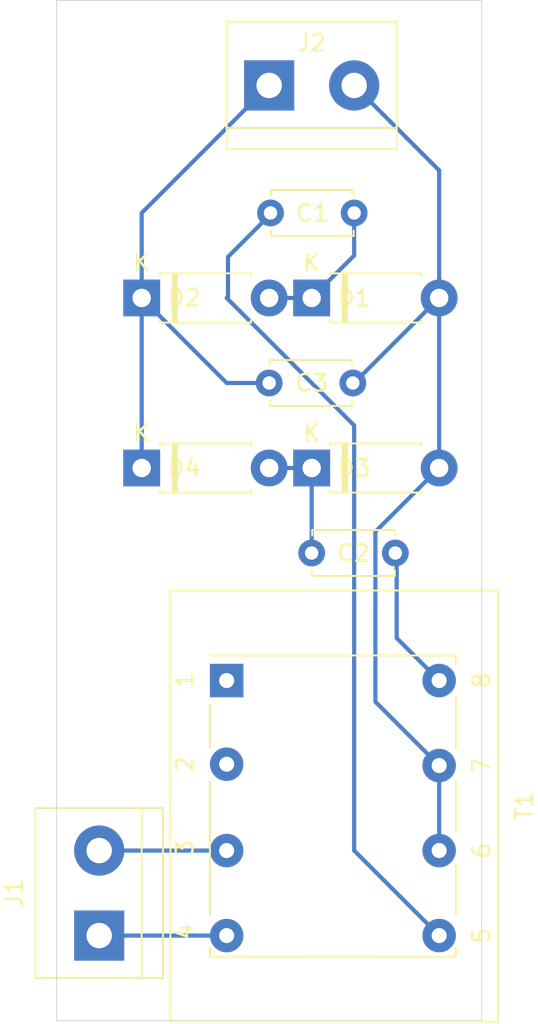
<source format=kicad_pcb>
(kicad_pcb (version 20171130) (host pcbnew "(5.1.4)-1")

  (general
    (thickness 1.6)
    (drawings 4)
    (tracks 30)
    (zones 0)
    (modules 10)
    (nets 9)
  )

  (page A4)
  (layers
    (0 F.Cu signal)
    (31 B.Cu signal)
    (32 B.Adhes user)
    (33 F.Adhes user)
    (34 B.Paste user)
    (35 F.Paste user)
    (36 B.SilkS user)
    (37 F.SilkS user)
    (38 B.Mask user)
    (39 F.Mask user)
    (40 Dwgs.User user)
    (41 Cmts.User user)
    (42 Eco1.User user)
    (43 Eco2.User user)
    (44 Edge.Cuts user)
    (45 Margin user)
    (46 B.CrtYd user)
    (47 F.CrtYd user)
    (48 B.Fab user)
    (49 F.Fab user)
  )

  (setup
    (last_trace_width 0.25)
    (trace_clearance 0.2)
    (zone_clearance 0.508)
    (zone_45_only no)
    (trace_min 0.2)
    (via_size 0.8)
    (via_drill 0.4)
    (via_min_size 0.4)
    (via_min_drill 0.3)
    (uvia_size 0.3)
    (uvia_drill 0.1)
    (uvias_allowed no)
    (uvia_min_size 0.2)
    (uvia_min_drill 0.1)
    (edge_width 0.05)
    (segment_width 0.2)
    (pcb_text_width 0.3)
    (pcb_text_size 1.5 1.5)
    (mod_edge_width 0.12)
    (mod_text_size 1 1)
    (mod_text_width 0.15)
    (pad_size 1.524 1.524)
    (pad_drill 0.762)
    (pad_to_mask_clearance 0.051)
    (solder_mask_min_width 0.25)
    (aux_axis_origin 0 0)
    (visible_elements 7FFFFFFF)
    (pcbplotparams
      (layerselection 0x010fc_ffffffff)
      (usegerberextensions false)
      (usegerberattributes false)
      (usegerberadvancedattributes false)
      (creategerberjobfile false)
      (excludeedgelayer true)
      (linewidth 0.100000)
      (plotframeref false)
      (viasonmask false)
      (mode 1)
      (useauxorigin false)
      (hpglpennumber 1)
      (hpglpenspeed 20)
      (hpglpendiameter 15.000000)
      (psnegative false)
      (psa4output false)
      (plotreference true)
      (plotvalue true)
      (plotinvisibletext false)
      (padsonsilk false)
      (subtractmaskfromsilk false)
      (outputformat 1)
      (mirror false)
      (drillshape 1)
      (scaleselection 1)
      (outputdirectory ""))
  )

  (net 0 "")
  (net 1 /CapacitorPower-)
  (net 2 /CapacitorPower+)
  (net 3 "Net-(C1-Pad2)")
  (net 4 "Net-(C1-Pad1)")
  (net 5 "Net-(C2-Pad2)")
  (net 6 "Net-(C2-Pad1)")
  (net 7 /ACPowerIn-)
  (net 8 /ACPowerIn+)

  (net_class Default "This is the default net class."
    (clearance 0.2)
    (trace_width 0.25)
    (via_dia 0.8)
    (via_drill 0.4)
    (uvia_dia 0.3)
    (uvia_drill 0.1)
    (add_net /ACPowerIn+)
    (add_net /ACPowerIn-)
    (add_net /CapacitorPower+)
    (add_net /CapacitorPower-)
    (add_net "Net-(C1-Pad1)")
    (add_net "Net-(C1-Pad2)")
    (add_net "Net-(C2-Pad1)")
    (add_net "Net-(C2-Pad2)")
  )

  (module TerminalBlock:TerminalBlock_bornier-2_P5.08mm (layer F.Cu) (tedit 59FF03AB) (tstamp 5ED536D4)
    (at 132.08 76.2 90)
    (descr "simple 2-pin terminal block, pitch 5.08mm, revamped version of bornier2")
    (tags "terminal block bornier2")
    (path /5ED54BE3)
    (fp_text reference J1 (at 2.54 -5.08 90) (layer F.SilkS)
      (effects (font (size 1 1) (thickness 0.15)))
    )
    (fp_text value "AC Power In" (at 2.54 5.08 90) (layer F.Fab)
      (effects (font (size 1 1) (thickness 0.15)))
    )
    (fp_line (start 7.79 4) (end -2.71 4) (layer F.CrtYd) (width 0.05))
    (fp_line (start 7.79 4) (end 7.79 -4) (layer F.CrtYd) (width 0.05))
    (fp_line (start -2.71 -4) (end -2.71 4) (layer F.CrtYd) (width 0.05))
    (fp_line (start -2.71 -4) (end 7.79 -4) (layer F.CrtYd) (width 0.05))
    (fp_line (start -2.54 3.81) (end 7.62 3.81) (layer F.SilkS) (width 0.12))
    (fp_line (start -2.54 -3.81) (end -2.54 3.81) (layer F.SilkS) (width 0.12))
    (fp_line (start 7.62 -3.81) (end -2.54 -3.81) (layer F.SilkS) (width 0.12))
    (fp_line (start 7.62 3.81) (end 7.62 -3.81) (layer F.SilkS) (width 0.12))
    (fp_line (start 7.62 2.54) (end -2.54 2.54) (layer F.SilkS) (width 0.12))
    (fp_line (start 7.54 -3.75) (end -2.46 -3.75) (layer F.Fab) (width 0.1))
    (fp_line (start 7.54 3.75) (end 7.54 -3.75) (layer F.Fab) (width 0.1))
    (fp_line (start -2.46 3.75) (end 7.54 3.75) (layer F.Fab) (width 0.1))
    (fp_line (start -2.46 -3.75) (end -2.46 3.75) (layer F.Fab) (width 0.1))
    (fp_line (start -2.41 2.55) (end 7.49 2.55) (layer F.Fab) (width 0.1))
    (fp_text user %R (at 2.54 0 90) (layer F.Fab)
      (effects (font (size 1 1) (thickness 0.15)))
    )
    (pad 2 thru_hole circle (at 5.08 0 90) (size 3 3) (drill 1.52) (layers *.Cu *.Mask)
      (net 8 /ACPowerIn+))
    (pad 1 thru_hole rect (at 0 0 90) (size 3 3) (drill 1.52) (layers *.Cu *.Mask)
      (net 7 /ACPowerIn-))
    (model ${KISYS3DMOD}/TerminalBlock.3dshapes/TerminalBlock_bornier-2_P5.08mm.wrl
      (offset (xyz 2.539999961853027 0 0))
      (scale (xyz 1 1 1))
      (rotate (xyz 0 0 0))
    )
  )

  (module Power:Transformer_Generic_EE25_8Pin (layer F.Cu) (tedit 5E2D33B6) (tstamp 5E2D93B6)
    (at 139.7 60.96 270)
    (descr http://www.breve.pl/pdf/ANG/TEZ_ang.pdf)
    (tags "TEZ PCB Transformer")
    (path /5E0D9319)
    (fp_text reference T1 (at 7.5 -17.78 90) (layer F.SilkS)
      (effects (font (size 1 1) (thickness 0.15)))
    )
    (fp_text value 6:200 (at 7.25 -6 90) (layer F.Fab)
      (effects (font (size 1 1) (thickness 0.15)))
    )
    (fp_line (start 20.382 3.366) (end -5.382 3.366) (layer F.SilkS) (width 0.12))
    (fp_line (start 20.382 3.366) (end 20.382 -16.207) (layer F.SilkS) (width 0.12))
    (fp_line (start -5.382 -16.207) (end -5.382 3.366) (layer F.SilkS) (width 0.12))
    (fp_line (start -5.382 -16.207) (end 20.382 -16.207) (layer F.SilkS) (width 0.12))
    (fp_line (start 20.512 3.496) (end -5.512 3.496) (layer F.CrtYd) (width 0.05))
    (fp_line (start 20.512 3.496) (end 20.512 -16.337) (layer F.CrtYd) (width 0.05))
    (fp_line (start -5.512 -16.337) (end -5.512 3.496) (layer F.CrtYd) (width 0.05))
    (fp_line (start -5.512 -16.337) (end 20.512 -16.337) (layer F.CrtYd) (width 0.05))
    (fp_line (start -5.262 3.246) (end -5.262 -16.087) (layer F.Fab) (width 0.1))
    (fp_line (start 20.262 3.246) (end -5.262 3.246) (layer F.Fab) (width 0.1))
    (fp_line (start 20.262 -16.087) (end 20.262 3.246) (layer F.Fab) (width 0.1))
    (fp_line (start -5.262 -16.087) (end 20.262 -16.087) (layer F.Fab) (width 0.1))
    (fp_line (start 1.016 -13.716) (end 4.016 -13.716) (layer F.SilkS) (width 0.12))
    (fp_line (start 6 -13.716) (end 9 -13.716) (layer F.SilkS) (width 0.12))
    (fp_line (start 11 -13.716) (end 14 -13.716) (layer F.SilkS) (width 0.12))
    (fp_line (start 16.002 -13.716) (end 16.502 -13.716) (layer F.SilkS) (width 0.12))
    (fp_line (start -1 -13.716) (end -1.5 -13.716) (layer F.SilkS) (width 0.12))
    (fp_line (start 6 1) (end 14 1) (layer F.SilkS) (width 0.12))
    (fp_line (start 16.5 1) (end 16.502 -13.716) (layer F.SilkS) (width 0.12))
    (fp_line (start 16 1) (end 16.5 1) (layer F.SilkS) (width 0.12))
    (fp_line (start -1.5 1) (end -1.5 -13.716) (layer F.SilkS) (width 0.12))
    (fp_line (start 4 1) (end 1.5 1) (layer F.SilkS) (width 0.12))
    (fp_line (start -1.5 1) (end -1.49 -13.716) (layer F.Fab) (width 0.1))
    (fp_line (start 16.5 1) (end -1.5 1) (layer F.Fab) (width 0.1))
    (fp_line (start 16.51 -13.716) (end 16.5 1) (layer F.Fab) (width 0.1))
    (fp_line (start -1.49 -13.716) (end 16.51 -13.716) (layer F.Fab) (width 0.1))
    (fp_text user %R (at 7.5 -7.5 90) (layer F.Fab)
      (effects (font (size 1 1) (thickness 0.15)))
    )
    (fp_text user 1 (at 0 2.5 90) (layer F.SilkS)
      (effects (font (size 1 1) (thickness 0.15)))
    )
    (fp_text user 2 (at 5 2.5 90) (layer F.SilkS)
      (effects (font (size 1 1) (thickness 0.15)))
    )
    (fp_text user 3 (at 10 2.5 90) (layer F.SilkS)
      (effects (font (size 1 1) (thickness 0.15)))
    )
    (fp_text user 4 (at 15 2.5 90) (layer F.SilkS)
      (effects (font (size 1 1) (thickness 0.15)))
    )
    (fp_text user 5 (at 15.24 -15.24 90) (layer F.SilkS)
      (effects (font (size 1 1) (thickness 0.15)))
    )
    (fp_text user 6 (at 10.16 -15.24 90) (layer F.SilkS)
      (effects (font (size 1 1) (thickness 0.15)))
    )
    (fp_text user 7 (at 5.08 -15.24 90) (layer F.SilkS)
      (effects (font (size 1 1) (thickness 0.15)))
    )
    (fp_text user 8 (at 0 -15.24 90) (layer F.SilkS)
      (effects (font (size 1 1) (thickness 0.15)))
    )
    (pad 3 thru_hole circle (at 10.16 0 270) (size 2 2) (drill 0.9) (layers *.Cu *.Mask)
      (net 8 /ACPowerIn+))
    (pad 8 thru_hole circle (at 0 -12.7 270) (size 2 2) (drill 0.9) (layers *.Cu *.Mask)
      (net 5 "Net-(C2-Pad2)"))
    (pad 7 thru_hole circle (at 5.08 -12.7 270) (size 2 2) (drill 0.9) (layers *.Cu *.Mask)
      (net 1 /CapacitorPower-))
    (pad 6 thru_hole circle (at 10.16 -12.7 270) (size 2 2) (drill 0.9) (layers *.Cu *.Mask)
      (net 1 /CapacitorPower-))
    (pad 5 thru_hole circle (at 15.24 -12.7 270) (size 2 2) (drill 0.9) (layers *.Cu *.Mask)
      (net 3 "Net-(C1-Pad2)"))
    (pad 4 thru_hole circle (at 15.24 0 270) (size 2 2) (drill 0.9) (layers *.Cu *.Mask)
      (net 7 /ACPowerIn-))
    (pad 2 thru_hole circle (at 5 0 270) (size 2 2) (drill 0.9) (layers *.Cu *.Mask))
    (pad 1 thru_hole rect (at 0 0 270) (size 2 2) (drill 0.9) (layers *.Cu *.Mask))
  )

  (module Capacitor_THT:C_Disc_D4.7mm_W2.5mm_P5.00mm (layer F.Cu) (tedit 5AE50EF0) (tstamp 5E2813B6)
    (at 142.24 43.18)
    (descr "C, Disc series, Radial, pin pitch=5.00mm, , diameter*width=4.7*2.5mm^2, Capacitor, http://www.vishay.com/docs/45233/krseries.pdf")
    (tags "C Disc series Radial pin pitch 5.00mm  diameter 4.7mm width 2.5mm Capacitor")
    (path /5E30B272)
    (fp_text reference C3 (at 2.54 0) (layer F.SilkS)
      (effects (font (size 1 1) (thickness 0.15)))
    )
    (fp_text value 1nF (at 2.5 1.27) (layer F.Fab)
      (effects (font (size 1 1) (thickness 0.15)))
    )
    (fp_line (start 0.15 -1.25) (end 0.15 1.25) (layer F.Fab) (width 0.1))
    (fp_line (start 0.15 1.25) (end 4.85 1.25) (layer F.Fab) (width 0.1))
    (fp_line (start 4.85 1.25) (end 4.85 -1.25) (layer F.Fab) (width 0.1))
    (fp_line (start 4.85 -1.25) (end 0.15 -1.25) (layer F.Fab) (width 0.1))
    (fp_line (start 0.03 -1.37) (end 4.97 -1.37) (layer F.SilkS) (width 0.12))
    (fp_line (start 0.03 1.37) (end 4.97 1.37) (layer F.SilkS) (width 0.12))
    (fp_line (start 0.03 -1.37) (end 0.03 -1.055) (layer F.SilkS) (width 0.12))
    (fp_line (start 0.03 1.055) (end 0.03 1.37) (layer F.SilkS) (width 0.12))
    (fp_line (start 4.97 -1.37) (end 4.97 -1.055) (layer F.SilkS) (width 0.12))
    (fp_line (start 4.97 1.055) (end 4.97 1.37) (layer F.SilkS) (width 0.12))
    (fp_line (start -1.05 -1.5) (end -1.05 1.5) (layer F.CrtYd) (width 0.05))
    (fp_line (start -1.05 1.5) (end 6.05 1.5) (layer F.CrtYd) (width 0.05))
    (fp_line (start 6.05 1.5) (end 6.05 -1.5) (layer F.CrtYd) (width 0.05))
    (fp_line (start 6.05 -1.5) (end -1.05 -1.5) (layer F.CrtYd) (width 0.05))
    (fp_text user %R (at 2.54 0) (layer F.Fab)
      (effects (font (size 0.94 0.94) (thickness 0.141)))
    )
    (pad 1 thru_hole circle (at 0 0) (size 1.6 1.6) (drill 0.8) (layers *.Cu *.Mask)
      (net 2 /CapacitorPower+))
    (pad 2 thru_hole circle (at 5 0) (size 1.6 1.6) (drill 0.8) (layers *.Cu *.Mask)
      (net 1 /CapacitorPower-))
    (model ${KISYS3DMOD}/Capacitor_THT.3dshapes/C_Disc_D4.7mm_W2.5mm_P5.00mm.wrl
      (at (xyz 0 0 0))
      (scale (xyz 1 1 1))
      (rotate (xyz 0 0 0))
    )
  )

  (module Capacitor_THT:C_Disc_D4.7mm_W2.5mm_P5.00mm (layer F.Cu) (tedit 5AE50EF0) (tstamp 5E2813A1)
    (at 144.78 53.34)
    (descr "C, Disc series, Radial, pin pitch=5.00mm, , diameter*width=4.7*2.5mm^2, Capacitor, http://www.vishay.com/docs/45233/krseries.pdf")
    (tags "C Disc series Radial pin pitch 5.00mm  diameter 4.7mm width 2.5mm Capacitor")
    (path /5E30A957)
    (fp_text reference C2 (at 2.5 0) (layer F.SilkS)
      (effects (font (size 1 1) (thickness 0.15)))
    )
    (fp_text value 1nF (at 2.5 1.27) (layer F.Fab)
      (effects (font (size 1 1) (thickness 0.15)))
    )
    (fp_line (start 0.15 -1.25) (end 0.15 1.25) (layer F.Fab) (width 0.1))
    (fp_line (start 0.15 1.25) (end 4.85 1.25) (layer F.Fab) (width 0.1))
    (fp_line (start 4.85 1.25) (end 4.85 -1.25) (layer F.Fab) (width 0.1))
    (fp_line (start 4.85 -1.25) (end 0.15 -1.25) (layer F.Fab) (width 0.1))
    (fp_line (start 0.03 -1.37) (end 4.97 -1.37) (layer F.SilkS) (width 0.12))
    (fp_line (start 0.03 1.37) (end 4.97 1.37) (layer F.SilkS) (width 0.12))
    (fp_line (start 0.03 -1.37) (end 0.03 -1.055) (layer F.SilkS) (width 0.12))
    (fp_line (start 0.03 1.055) (end 0.03 1.37) (layer F.SilkS) (width 0.12))
    (fp_line (start 4.97 -1.37) (end 4.97 -1.055) (layer F.SilkS) (width 0.12))
    (fp_line (start 4.97 1.055) (end 4.97 1.37) (layer F.SilkS) (width 0.12))
    (fp_line (start -1.05 -1.5) (end -1.05 1.5) (layer F.CrtYd) (width 0.05))
    (fp_line (start -1.05 1.5) (end 6.05 1.5) (layer F.CrtYd) (width 0.05))
    (fp_line (start 6.05 1.5) (end 6.05 -1.5) (layer F.CrtYd) (width 0.05))
    (fp_line (start 6.05 -1.5) (end -1.05 -1.5) (layer F.CrtYd) (width 0.05))
    (fp_text user %R (at 2.5 0) (layer F.Fab)
      (effects (font (size 0.94 0.94) (thickness 0.141)))
    )
    (pad 1 thru_hole circle (at 0 0) (size 1.6 1.6) (drill 0.8) (layers *.Cu *.Mask)
      (net 6 "Net-(C2-Pad1)"))
    (pad 2 thru_hole circle (at 5 0) (size 1.6 1.6) (drill 0.8) (layers *.Cu *.Mask)
      (net 5 "Net-(C2-Pad2)"))
    (model ${KISYS3DMOD}/Capacitor_THT.3dshapes/C_Disc_D4.7mm_W2.5mm_P5.00mm.wrl
      (at (xyz 0 0 0))
      (scale (xyz 1 1 1))
      (rotate (xyz 0 0 0))
    )
  )

  (module Capacitor_THT:C_Disc_D4.7mm_W2.5mm_P5.00mm (layer F.Cu) (tedit 5AE50EF0) (tstamp 5E28138C)
    (at 147.32 33.02 180)
    (descr "C, Disc series, Radial, pin pitch=5.00mm, , diameter*width=4.7*2.5mm^2, Capacitor, http://www.vishay.com/docs/45233/krseries.pdf")
    (tags "C Disc series Radial pin pitch 5.00mm  diameter 4.7mm width 2.5mm Capacitor")
    (path /5E28804E)
    (fp_text reference C1 (at 2.5 0) (layer F.SilkS)
      (effects (font (size 1 1) (thickness 0.15)))
    )
    (fp_text value 1nF (at 2.54 -1.27) (layer F.Fab)
      (effects (font (size 1 1) (thickness 0.15)))
    )
    (fp_line (start 0.15 -1.25) (end 0.15 1.25) (layer F.Fab) (width 0.1))
    (fp_line (start 0.15 1.25) (end 4.85 1.25) (layer F.Fab) (width 0.1))
    (fp_line (start 4.85 1.25) (end 4.85 -1.25) (layer F.Fab) (width 0.1))
    (fp_line (start 4.85 -1.25) (end 0.15 -1.25) (layer F.Fab) (width 0.1))
    (fp_line (start 0.03 -1.37) (end 4.97 -1.37) (layer F.SilkS) (width 0.12))
    (fp_line (start 0.03 1.37) (end 4.97 1.37) (layer F.SilkS) (width 0.12))
    (fp_line (start 0.03 -1.37) (end 0.03 -1.055) (layer F.SilkS) (width 0.12))
    (fp_line (start 0.03 1.055) (end 0.03 1.37) (layer F.SilkS) (width 0.12))
    (fp_line (start 4.97 -1.37) (end 4.97 -1.055) (layer F.SilkS) (width 0.12))
    (fp_line (start 4.97 1.055) (end 4.97 1.37) (layer F.SilkS) (width 0.12))
    (fp_line (start -1.05 -1.5) (end -1.05 1.5) (layer F.CrtYd) (width 0.05))
    (fp_line (start -1.05 1.5) (end 6.05 1.5) (layer F.CrtYd) (width 0.05))
    (fp_line (start 6.05 1.5) (end 6.05 -1.5) (layer F.CrtYd) (width 0.05))
    (fp_line (start 6.05 -1.5) (end -1.05 -1.5) (layer F.CrtYd) (width 0.05))
    (fp_text user %R (at 2.5 0) (layer F.Fab)
      (effects (font (size 0.94 0.94) (thickness 0.141)))
    )
    (pad 1 thru_hole circle (at 0 0 180) (size 1.6 1.6) (drill 0.8) (layers *.Cu *.Mask)
      (net 4 "Net-(C1-Pad1)"))
    (pad 2 thru_hole circle (at 5 0 180) (size 1.6 1.6) (drill 0.8) (layers *.Cu *.Mask)
      (net 3 "Net-(C1-Pad2)"))
    (model ${KISYS3DMOD}/Capacitor_THT.3dshapes/C_Disc_D4.7mm_W2.5mm_P5.00mm.wrl
      (at (xyz 0 0 0))
      (scale (xyz 1 1 1))
      (rotate (xyz 0 0 0))
    )
  )

  (module Diode_THT:D_DO-41_SOD81_P7.62mm_Horizontal (layer F.Cu) (tedit 5AE50CD5) (tstamp 5E1D9027)
    (at 144.78 48.26)
    (descr "Diode, DO-41_SOD81 series, Axial, Horizontal, pin pitch=7.62mm, , length*diameter=5.2*2.7mm^2, , http://www.diodes.com/_files/packages/DO-41%20(Plastic).pdf")
    (tags "Diode DO-41_SOD81 series Axial Horizontal pin pitch 7.62mm  length 5.2mm diameter 2.7mm")
    (path /5E0E8E38)
    (fp_text reference D3 (at 2.54 0) (layer F.SilkS)
      (effects (font (size 1 1) (thickness 0.15)))
    )
    (fp_text value 1N4007 (at 6.41 0) (layer F.Fab)
      (effects (font (size 1 1) (thickness 0.15)))
    )
    (fp_line (start 1.21 -1.35) (end 1.21 1.35) (layer F.Fab) (width 0.1))
    (fp_line (start 1.21 1.35) (end 6.41 1.35) (layer F.Fab) (width 0.1))
    (fp_line (start 6.41 1.35) (end 6.41 -1.35) (layer F.Fab) (width 0.1))
    (fp_line (start 6.41 -1.35) (end 1.21 -1.35) (layer F.Fab) (width 0.1))
    (fp_line (start 0 0) (end 1.21 0) (layer F.Fab) (width 0.1))
    (fp_line (start 7.62 0) (end 6.41 0) (layer F.Fab) (width 0.1))
    (fp_line (start 1.99 -1.35) (end 1.99 1.35) (layer F.Fab) (width 0.1))
    (fp_line (start 2.09 -1.35) (end 2.09 1.35) (layer F.Fab) (width 0.1))
    (fp_line (start 1.89 -1.35) (end 1.89 1.35) (layer F.Fab) (width 0.1))
    (fp_line (start 1.09 -1.34) (end 1.09 -1.47) (layer F.SilkS) (width 0.12))
    (fp_line (start 1.09 -1.47) (end 6.53 -1.47) (layer F.SilkS) (width 0.12))
    (fp_line (start 6.53 -1.47) (end 6.53 -1.34) (layer F.SilkS) (width 0.12))
    (fp_line (start 1.09 1.34) (end 1.09 1.47) (layer F.SilkS) (width 0.12))
    (fp_line (start 1.09 1.47) (end 6.53 1.47) (layer F.SilkS) (width 0.12))
    (fp_line (start 6.53 1.47) (end 6.53 1.34) (layer F.SilkS) (width 0.12))
    (fp_line (start 1.99 -1.47) (end 1.99 1.47) (layer F.SilkS) (width 0.12))
    (fp_line (start 2.11 -1.47) (end 2.11 1.47) (layer F.SilkS) (width 0.12))
    (fp_line (start 1.87 -1.47) (end 1.87 1.47) (layer F.SilkS) (width 0.12))
    (fp_line (start -1.35 -1.6) (end -1.35 1.6) (layer F.CrtYd) (width 0.05))
    (fp_line (start -1.35 1.6) (end 8.97 1.6) (layer F.CrtYd) (width 0.05))
    (fp_line (start 8.97 1.6) (end 8.97 -1.6) (layer F.CrtYd) (width 0.05))
    (fp_line (start 8.97 -1.6) (end -1.35 -1.6) (layer F.CrtYd) (width 0.05))
    (fp_text user %R (at 2.54 0) (layer F.Fab)
      (effects (font (size 1 1) (thickness 0.15)))
    )
    (fp_text user K (at 0 -2.1) (layer F.Fab)
      (effects (font (size 1 1) (thickness 0.15)))
    )
    (fp_text user K (at 0 -2.1) (layer F.SilkS)
      (effects (font (size 1 1) (thickness 0.15)))
    )
    (pad 1 thru_hole rect (at 0 0) (size 2.2 2.2) (drill 1.1) (layers *.Cu *.Mask)
      (net 6 "Net-(C2-Pad1)"))
    (pad 2 thru_hole oval (at 7.62 0) (size 2.2 2.2) (drill 1.1) (layers *.Cu *.Mask)
      (net 1 /CapacitorPower-))
    (model ${KISYS3DMOD}/Diode_THT.3dshapes/D_DO-41_SOD81_P7.62mm_Horizontal.wrl
      (at (xyz 0 0 0))
      (scale (xyz 1 1 1))
      (rotate (xyz 0 0 0))
    )
  )

  (module Diode_THT:D_DO-41_SOD81_P7.62mm_Horizontal (layer F.Cu) (tedit 5AE50CD5) (tstamp 5E1D8FCC)
    (at 144.78 38.1)
    (descr "Diode, DO-41_SOD81 series, Axial, Horizontal, pin pitch=7.62mm, , length*diameter=5.2*2.7mm^2, , http://www.diodes.com/_files/packages/DO-41%20(Plastic).pdf")
    (tags "Diode DO-41_SOD81 series Axial Horizontal pin pitch 7.62mm  length 5.2mm diameter 2.7mm")
    (path /5E0E7B3A)
    (fp_text reference D1 (at 2.54 0) (layer F.SilkS)
      (effects (font (size 1 1) (thickness 0.15)))
    )
    (fp_text value 1N4007 (at 6.41 0) (layer F.Fab)
      (effects (font (size 1 1) (thickness 0.15)))
    )
    (fp_text user K (at 0 -2.1) (layer F.SilkS)
      (effects (font (size 1 1) (thickness 0.15)))
    )
    (fp_text user K (at 0 -2.1) (layer F.Fab)
      (effects (font (size 1 1) (thickness 0.15)))
    )
    (fp_text user %R (at 2.54 0) (layer F.Fab)
      (effects (font (size 1 1) (thickness 0.15)))
    )
    (fp_line (start 8.97 -1.6) (end -1.35 -1.6) (layer F.CrtYd) (width 0.05))
    (fp_line (start 8.97 1.6) (end 8.97 -1.6) (layer F.CrtYd) (width 0.05))
    (fp_line (start -1.35 1.6) (end 8.97 1.6) (layer F.CrtYd) (width 0.05))
    (fp_line (start -1.35 -1.6) (end -1.35 1.6) (layer F.CrtYd) (width 0.05))
    (fp_line (start 1.87 -1.47) (end 1.87 1.47) (layer F.SilkS) (width 0.12))
    (fp_line (start 2.11 -1.47) (end 2.11 1.47) (layer F.SilkS) (width 0.12))
    (fp_line (start 1.99 -1.47) (end 1.99 1.47) (layer F.SilkS) (width 0.12))
    (fp_line (start 6.53 1.47) (end 6.53 1.34) (layer F.SilkS) (width 0.12))
    (fp_line (start 1.09 1.47) (end 6.53 1.47) (layer F.SilkS) (width 0.12))
    (fp_line (start 1.09 1.34) (end 1.09 1.47) (layer F.SilkS) (width 0.12))
    (fp_line (start 6.53 -1.47) (end 6.53 -1.34) (layer F.SilkS) (width 0.12))
    (fp_line (start 1.09 -1.47) (end 6.53 -1.47) (layer F.SilkS) (width 0.12))
    (fp_line (start 1.09 -1.34) (end 1.09 -1.47) (layer F.SilkS) (width 0.12))
    (fp_line (start 1.89 -1.35) (end 1.89 1.35) (layer F.Fab) (width 0.1))
    (fp_line (start 2.09 -1.35) (end 2.09 1.35) (layer F.Fab) (width 0.1))
    (fp_line (start 1.99 -1.35) (end 1.99 1.35) (layer F.Fab) (width 0.1))
    (fp_line (start 7.62 0) (end 6.41 0) (layer F.Fab) (width 0.1))
    (fp_line (start 0 0) (end 1.21 0) (layer F.Fab) (width 0.1))
    (fp_line (start 6.41 -1.35) (end 1.21 -1.35) (layer F.Fab) (width 0.1))
    (fp_line (start 6.41 1.35) (end 6.41 -1.35) (layer F.Fab) (width 0.1))
    (fp_line (start 1.21 1.35) (end 6.41 1.35) (layer F.Fab) (width 0.1))
    (fp_line (start 1.21 -1.35) (end 1.21 1.35) (layer F.Fab) (width 0.1))
    (pad 2 thru_hole oval (at 7.62 0) (size 2.2 2.2) (drill 1.1) (layers *.Cu *.Mask)
      (net 1 /CapacitorPower-))
    (pad 1 thru_hole rect (at 0 0) (size 2.2 2.2) (drill 1.1) (layers *.Cu *.Mask)
      (net 4 "Net-(C1-Pad1)"))
    (model ${KISYS3DMOD}/Diode_THT.3dshapes/D_DO-41_SOD81_P7.62mm_Horizontal.wrl
      (at (xyz 0 0 0))
      (scale (xyz 1 1 1))
      (rotate (xyz 0 0 0))
    )
  )

  (module Diode_THT:D_DO-41_SOD81_P7.62mm_Horizontal (layer F.Cu) (tedit 5AE50CD5) (tstamp 5E1D85BA)
    (at 134.62 48.26)
    (descr "Diode, DO-41_SOD81 series, Axial, Horizontal, pin pitch=7.62mm, , length*diameter=5.2*2.7mm^2, , http://www.diodes.com/_files/packages/DO-41%20(Plastic).pdf")
    (tags "Diode DO-41_SOD81 series Axial Horizontal pin pitch 7.62mm  length 5.2mm diameter 2.7mm")
    (path /5E0E862E)
    (fp_text reference D4 (at 2.54 0) (layer F.SilkS)
      (effects (font (size 1 1) (thickness 0.15)))
    )
    (fp_text value 1N4007 (at 6.41 0) (layer F.Fab)
      (effects (font (size 1 1) (thickness 0.15)))
    )
    (fp_text user K (at 0 -2.1) (layer F.SilkS)
      (effects (font (size 1 1) (thickness 0.15)))
    )
    (fp_text user K (at 0 -2.1) (layer F.Fab)
      (effects (font (size 1 1) (thickness 0.15)))
    )
    (fp_text user %R (at 2.54 0) (layer F.Fab)
      (effects (font (size 1 1) (thickness 0.15)))
    )
    (fp_line (start 8.97 -1.6) (end -1.35 -1.6) (layer F.CrtYd) (width 0.05))
    (fp_line (start 8.97 1.6) (end 8.97 -1.6) (layer F.CrtYd) (width 0.05))
    (fp_line (start -1.35 1.6) (end 8.97 1.6) (layer F.CrtYd) (width 0.05))
    (fp_line (start -1.35 -1.6) (end -1.35 1.6) (layer F.CrtYd) (width 0.05))
    (fp_line (start 1.87 -1.47) (end 1.87 1.47) (layer F.SilkS) (width 0.12))
    (fp_line (start 2.11 -1.47) (end 2.11 1.47) (layer F.SilkS) (width 0.12))
    (fp_line (start 1.99 -1.47) (end 1.99 1.47) (layer F.SilkS) (width 0.12))
    (fp_line (start 6.53 1.47) (end 6.53 1.34) (layer F.SilkS) (width 0.12))
    (fp_line (start 1.09 1.47) (end 6.53 1.47) (layer F.SilkS) (width 0.12))
    (fp_line (start 1.09 1.34) (end 1.09 1.47) (layer F.SilkS) (width 0.12))
    (fp_line (start 6.53 -1.47) (end 6.53 -1.34) (layer F.SilkS) (width 0.12))
    (fp_line (start 1.09 -1.47) (end 6.53 -1.47) (layer F.SilkS) (width 0.12))
    (fp_line (start 1.09 -1.34) (end 1.09 -1.47) (layer F.SilkS) (width 0.12))
    (fp_line (start 1.89 -1.35) (end 1.89 1.35) (layer F.Fab) (width 0.1))
    (fp_line (start 2.09 -1.35) (end 2.09 1.35) (layer F.Fab) (width 0.1))
    (fp_line (start 1.99 -1.35) (end 1.99 1.35) (layer F.Fab) (width 0.1))
    (fp_line (start 7.62 0) (end 6.41 0) (layer F.Fab) (width 0.1))
    (fp_line (start 0 0) (end 1.21 0) (layer F.Fab) (width 0.1))
    (fp_line (start 6.41 -1.35) (end 1.21 -1.35) (layer F.Fab) (width 0.1))
    (fp_line (start 6.41 1.35) (end 6.41 -1.35) (layer F.Fab) (width 0.1))
    (fp_line (start 1.21 1.35) (end 6.41 1.35) (layer F.Fab) (width 0.1))
    (fp_line (start 1.21 -1.35) (end 1.21 1.35) (layer F.Fab) (width 0.1))
    (pad 2 thru_hole oval (at 7.62 0) (size 2.2 2.2) (drill 1.1) (layers *.Cu *.Mask)
      (net 6 "Net-(C2-Pad1)"))
    (pad 1 thru_hole rect (at 0 0) (size 2.2 2.2) (drill 1.1) (layers *.Cu *.Mask)
      (net 2 /CapacitorPower+))
    (model ${KISYS3DMOD}/Diode_THT.3dshapes/D_DO-41_SOD81_P7.62mm_Horizontal.wrl
      (at (xyz 0 0 0))
      (scale (xyz 1 1 1))
      (rotate (xyz 0 0 0))
    )
  )

  (module Diode_THT:D_DO-41_SOD81_P7.62mm_Horizontal (layer F.Cu) (tedit 5AE50CD5) (tstamp 5E1D855F)
    (at 134.62 38.1)
    (descr "Diode, DO-41_SOD81 series, Axial, Horizontal, pin pitch=7.62mm, , length*diameter=5.2*2.7mm^2, , http://www.diodes.com/_files/packages/DO-41%20(Plastic).pdf")
    (tags "Diode DO-41_SOD81 series Axial Horizontal pin pitch 7.62mm  length 5.2mm diameter 2.7mm")
    (path /5E0E6F15)
    (fp_text reference D2 (at 2.54 0) (layer F.SilkS)
      (effects (font (size 1 1) (thickness 0.15)))
    )
    (fp_text value 1N4007 (at 6.41 0) (layer F.Fab)
      (effects (font (size 1 1) (thickness 0.15)))
    )
    (fp_line (start 1.21 -1.35) (end 1.21 1.35) (layer F.Fab) (width 0.1))
    (fp_line (start 1.21 1.35) (end 6.41 1.35) (layer F.Fab) (width 0.1))
    (fp_line (start 6.41 1.35) (end 6.41 -1.35) (layer F.Fab) (width 0.1))
    (fp_line (start 6.41 -1.35) (end 1.21 -1.35) (layer F.Fab) (width 0.1))
    (fp_line (start 0 0) (end 1.21 0) (layer F.Fab) (width 0.1))
    (fp_line (start 7.62 0) (end 6.41 0) (layer F.Fab) (width 0.1))
    (fp_line (start 1.99 -1.35) (end 1.99 1.35) (layer F.Fab) (width 0.1))
    (fp_line (start 2.09 -1.35) (end 2.09 1.35) (layer F.Fab) (width 0.1))
    (fp_line (start 1.89 -1.35) (end 1.89 1.35) (layer F.Fab) (width 0.1))
    (fp_line (start 1.09 -1.34) (end 1.09 -1.47) (layer F.SilkS) (width 0.12))
    (fp_line (start 1.09 -1.47) (end 6.53 -1.47) (layer F.SilkS) (width 0.12))
    (fp_line (start 6.53 -1.47) (end 6.53 -1.34) (layer F.SilkS) (width 0.12))
    (fp_line (start 1.09 1.34) (end 1.09 1.47) (layer F.SilkS) (width 0.12))
    (fp_line (start 1.09 1.47) (end 6.53 1.47) (layer F.SilkS) (width 0.12))
    (fp_line (start 6.53 1.47) (end 6.53 1.34) (layer F.SilkS) (width 0.12))
    (fp_line (start 1.99 -1.47) (end 1.99 1.47) (layer F.SilkS) (width 0.12))
    (fp_line (start 2.11 -1.47) (end 2.11 1.47) (layer F.SilkS) (width 0.12))
    (fp_line (start 1.87 -1.47) (end 1.87 1.47) (layer F.SilkS) (width 0.12))
    (fp_line (start -1.35 -1.6) (end -1.35 1.6) (layer F.CrtYd) (width 0.05))
    (fp_line (start -1.35 1.6) (end 8.97 1.6) (layer F.CrtYd) (width 0.05))
    (fp_line (start 8.97 1.6) (end 8.97 -1.6) (layer F.CrtYd) (width 0.05))
    (fp_line (start 8.97 -1.6) (end -1.35 -1.6) (layer F.CrtYd) (width 0.05))
    (fp_text user %R (at 2.54 0) (layer F.Fab)
      (effects (font (size 1 1) (thickness 0.15)))
    )
    (fp_text user K (at 0 -2.1) (layer F.Fab)
      (effects (font (size 1 1) (thickness 0.15)))
    )
    (fp_text user K (at 0 -2.1) (layer F.SilkS)
      (effects (font (size 1 1) (thickness 0.15)))
    )
    (pad 1 thru_hole rect (at 0 0) (size 2.2 2.2) (drill 1.1) (layers *.Cu *.Mask)
      (net 2 /CapacitorPower+))
    (pad 2 thru_hole oval (at 7.62 0) (size 2.2 2.2) (drill 1.1) (layers *.Cu *.Mask)
      (net 4 "Net-(C1-Pad1)"))
    (model ${KISYS3DMOD}/Diode_THT.3dshapes/D_DO-41_SOD81_P7.62mm_Horizontal.wrl
      (at (xyz 0 0 0))
      (scale (xyz 1 1 1))
      (rotate (xyz 0 0 0))
    )
  )

  (module TerminalBlock:TerminalBlock_bornier-2_P5.08mm (layer F.Cu) (tedit 59FF03AB) (tstamp 5E0B5858)
    (at 142.24 25.4)
    (descr "simple 2-pin terminal block, pitch 5.08mm, revamped version of bornier2")
    (tags "terminal block bornier2")
    (path /5E0EE4BC)
    (fp_text reference J2 (at 2.54 -2.54) (layer F.SilkS)
      (effects (font (size 1 1) (thickness 0.15)))
    )
    (fp_text value "To Capacitors" (at 2.54 2.54) (layer F.Fab)
      (effects (font (size 1 1) (thickness 0.15)))
    )
    (fp_line (start 7.79 4) (end -2.71 4) (layer F.CrtYd) (width 0.05))
    (fp_line (start 7.79 4) (end 7.79 -4) (layer F.CrtYd) (width 0.05))
    (fp_line (start -2.71 -4) (end -2.71 4) (layer F.CrtYd) (width 0.05))
    (fp_line (start -2.71 -4) (end 7.79 -4) (layer F.CrtYd) (width 0.05))
    (fp_line (start -2.54 3.81) (end 7.62 3.81) (layer F.SilkS) (width 0.12))
    (fp_line (start -2.54 -3.81) (end -2.54 3.81) (layer F.SilkS) (width 0.12))
    (fp_line (start 7.62 -3.81) (end -2.54 -3.81) (layer F.SilkS) (width 0.12))
    (fp_line (start 7.62 3.81) (end 7.62 -3.81) (layer F.SilkS) (width 0.12))
    (fp_line (start 7.62 2.54) (end -2.54 2.54) (layer F.SilkS) (width 0.12))
    (fp_line (start 7.54 -3.75) (end -2.46 -3.75) (layer F.Fab) (width 0.1))
    (fp_line (start 7.54 3.75) (end 7.54 -3.75) (layer F.Fab) (width 0.1))
    (fp_line (start -2.46 3.75) (end 7.54 3.75) (layer F.Fab) (width 0.1))
    (fp_line (start -2.46 -3.75) (end -2.46 3.75) (layer F.Fab) (width 0.1))
    (fp_line (start -2.41 2.55) (end 7.49 2.55) (layer F.Fab) (width 0.1))
    (fp_text user %R (at 2.54 -2.54) (layer F.Fab)
      (effects (font (size 1 1) (thickness 0.15)))
    )
    (pad 2 thru_hole circle (at 5.08 0) (size 3 3) (drill 1.52) (layers *.Cu *.Mask)
      (net 1 /CapacitorPower-))
    (pad 1 thru_hole rect (at 0 0) (size 3 3) (drill 1.52) (layers *.Cu *.Mask)
      (net 2 /CapacitorPower+))
    (model ${KISYS3DMOD}/TerminalBlock.3dshapes/TerminalBlock_bornier-2_P5.08mm.wrl
      (offset (xyz 2.539999961853027 0 0))
      (scale (xyz 1 1 1))
      (rotate (xyz 0 0 0))
    )
  )

  (gr_line (start 129.54 81.28) (end 154.94 81.28) (layer Edge.Cuts) (width 0.05) (tstamp 5E2F0A64))
  (gr_line (start 129.54 20.32) (end 154.94 20.32) (layer Edge.Cuts) (width 0.05))
  (gr_line (start 129.54 81.28) (end 129.54 20.32) (layer Edge.Cuts) (width 0.05))
  (gr_line (start 154.94 20.32) (end 154.94 81.28) (layer Edge.Cuts) (width 0.05))

  (segment (start 152.4 38.1) (end 152.4 48.26) (width 0.25) (layer B.Cu) (net 1) (status 30))
  (segment (start 147.24 43.18) (end 147.32 43.18) (width 0.25) (layer B.Cu) (net 1) (status 30))
  (segment (start 147.32 43.18) (end 152.4 38.1) (width 0.25) (layer B.Cu) (net 1) (status 30))
  (segment (start 152.4 30.48) (end 147.32 25.4) (width 0.25) (layer B.Cu) (net 1) (status 20))
  (segment (start 152.4 38.1) (end 152.4 30.48) (width 0.25) (layer B.Cu) (net 1) (status 10))
  (segment (start 152.4 71.12) (end 152.4 66.04) (width 0.25) (layer B.Cu) (net 1) (status 30))
  (segment (start 152.4 48.26) (end 148.59 52.07) (width 0.25) (layer B.Cu) (net 1) (status 10))
  (segment (start 148.59 52.07) (end 148.59 62.23) (width 0.25) (layer B.Cu) (net 1))
  (segment (start 148.59 62.23) (end 152.4 66.04) (width 0.25) (layer B.Cu) (net 1) (status 20))
  (segment (start 134.62 38.1) (end 134.62 48.26) (width 0.25) (layer B.Cu) (net 2) (status 30))
  (segment (start 134.62 33.02) (end 142.24 25.4) (width 0.25) (layer B.Cu) (net 2) (status 20))
  (segment (start 134.62 38.1) (end 134.62 33.02) (width 0.25) (layer B.Cu) (net 2) (status 10))
  (segment (start 139.7 43.18) (end 134.62 38.1) (width 0.25) (layer B.Cu) (net 2) (status 20))
  (segment (start 142.24 43.18) (end 139.7 43.18) (width 0.25) (layer B.Cu) (net 2) (status 10))
  (segment (start 139.7 38.1) (end 139.78 38.02) (width 0.25) (layer B.Cu) (net 3))
  (segment (start 142.32 33.1) (end 139.78 35.64) (width 0.25) (layer B.Cu) (net 3) (status 10))
  (segment (start 142.32 33.02) (end 142.32 33.1) (width 0.25) (layer B.Cu) (net 3) (status 30))
  (segment (start 139.78 38.02) (end 139.78 35.64) (width 0.25) (layer B.Cu) (net 3))
  (segment (start 147.32 71.12) (end 152.4 76.2) (width 0.25) (layer B.Cu) (net 3) (status 20))
  (segment (start 147.32 45.72) (end 147.32 71.12) (width 0.25) (layer B.Cu) (net 3))
  (segment (start 147.32 45.72) (end 139.7 38.1) (width 0.25) (layer B.Cu) (net 3))
  (segment (start 142.24 38.1) (end 144.78 38.1) (width 0.25) (layer B.Cu) (net 4) (status 30))
  (segment (start 144.78 38.1) (end 147.32 35.56) (width 0.25) (layer B.Cu) (net 4) (status 10))
  (segment (start 147.32 35.56) (end 147.32 33.02) (width 0.25) (layer B.Cu) (net 4) (status 20))
  (segment (start 149.86 58.42) (end 152.4 60.96) (width 0.25) (layer B.Cu) (net 5) (status 20))
  (segment (start 149.86 53.34) (end 149.86 58.42) (width 0.25) (layer B.Cu) (net 5) (status 10))
  (segment (start 142.24 48.26) (end 144.78 48.26) (width 0.25) (layer B.Cu) (net 6) (status 30))
  (segment (start 144.78 48.26) (end 144.78 53.34) (width 0.25) (layer B.Cu) (net 6) (status 30))
  (segment (start 139.7 76.2) (end 132.08 76.2) (width 0.25) (layer B.Cu) (net 7))
  (segment (start 139.7 71.12) (end 132.08 71.12) (width 0.25) (layer B.Cu) (net 8))

)

</source>
